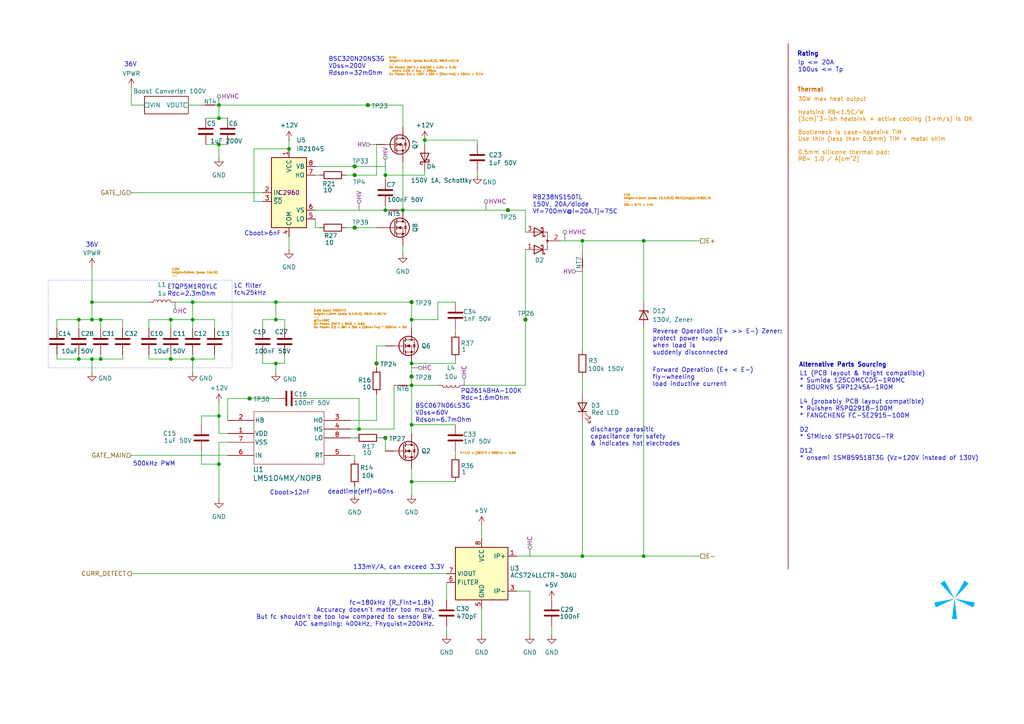
<source format=kicad_sch>
(kicad_sch (version 20250114) (generator "eeschema") (generator_version "9.0")
  (paper "A4")
  (title_block (title "PULSER") (date "2025-03-27") (rev "3") (company "Spark Project") (comment 1 "Author: 夕月霞 (xyx)") (comment 2 "EDM Pulse Generator Board"))
  (lib_symbols
    (symbol "Connector:TestPoint_Small" (pin_numbers (hide yes)) (pin_names (offset 0.762) (hide yes))
      (property "Reference" "TP" (at 0 3.81 0))
      (property "Value" "TestPoint_Small" (at 0 2.032 0))
      (symbol "TestPoint_Small_0_1"
        (circle (center 0 0) (radius 0.508))
      )
      (symbol "TestPoint_Small_1_1"
        (pin passive line (at 0 0 90) (length 0) (name "1") (number "1"))
      )
    )
    (symbol "Device:C" (pin_numbers (hide yes)) (pin_names (offset 0.254))
      (property "Reference" "C" (at 0.635 2.54 0))
      (property "Value" "C" (at 0.635 -2.54 0))
      (symbol "C_0_1"
        (polyline (pts (xy -2.032 0.762) (xy 2.032 0.762)) (stroke (width 0.508)))
        (polyline (pts (xy -2.032 -0.762) (xy 2.032 -0.762)) (stroke (width 0.508)))
      )
      (symbol "C_1_1"
        (pin passive line (at 0 3.81 270) (length 2.794) (name "~") (number "1"))
        (pin passive line (at 0 -3.81 90) (length 2.794) (name "~") (number "2"))
      )
    )
    (symbol "Device:D_Schottky" (pin_numbers (hide yes)) (pin_names (offset 1.016) (hide yes))
      (property "Reference" "D" (at 0 2.54 0))
      (property "Value" "D_Schottky" (at 0 -2.54 0))
      (symbol "D_Schottky_0_1"
        (polyline (pts (xy -1.905 0.635) (xy -1.905 1.27) (xy -1.27 1.27) (xy -1.27 -1.27) (xy -0.635 -1.27) (xy -0.635 -0.635)) (stroke (width 0.254)))
        (polyline (pts (xy 1.27 1.27) (xy 1.27 -1.27) (xy -1.27 0) (xy 1.27 1.27)) (stroke (width 0.254)))
        (polyline (pts (xy 1.27 0) (xy -1.27 0)))
      )
      (symbol "D_Schottky_1_1"
        (pin passive line (at -3.81 0 0) (length 2.54) (name "K") (number "1"))
        (pin passive line (at 3.81 0 180) (length 2.54) (name "A") (number "2"))
      )
    )
    (symbol "Device:D_Schottky_Dual_CommonCathode_AKA_Parallel" (pin_names (offset 0.762) (hide yes))
      (property "Reference" "D" (at 0 5.08 0))
      (property "Value" "D_Schottky_Dual_CommonCathode_AKA_Parallel" (at 0 -5.08 0))
      (symbol "D_Schottky_Dual_CommonCathode_AKA_Parallel_0_1"
        (polyline (pts (xy -2.54 3.81) (xy 0 2.54) (xy -2.54 1.27) (xy -2.54 3.81) (xy -2.54 3.81) (xy -2.54 3.81)) (stroke (width 0.254)))
        (polyline (pts (xy -2.54 -1.27) (xy 0 -2.54) (xy -2.54 -3.81) (xy -2.54 -1.27) (xy -2.54 -1.27) (xy -2.54 -1.27)) (stroke (width 0.254)))
        (polyline (pts (xy -2.54 -2.54) (xy 1.27 -2.54) (xy 1.27 2.54) (xy -2.54 2.54)))
        (polyline (pts (xy 0.508 3.556) (xy 0.508 3.81) (xy 0 3.81) (xy 0 1.27) (xy -0.508 1.27) (xy -0.508 1.524)) (stroke (width 0.254)))
        (polyline (pts (xy 0.508 -1.524) (xy 0.508 -1.27) (xy 0 -1.27) (xy 0 -3.81) (xy -0.508 -3.81) (xy -0.508 -3.556)) (stroke (width 0.254)))
        (polyline (pts (xy 1.27 0) (xy 2.54 0)))
        (circle (center 1.27 0) (radius 0.254) (fill (type outline)))
        (pin passive line (at -5.08 2.54 0) (length 2.54) (name "A") (number "1"))
        (pin passive line (at -5.08 -2.54 0) (length 2.54) (name "A") (number "3"))
        (pin passive line (at 5.08 0 180) (length 2.54) (name "K") (number "2"))
      )
    )
    (symbol "Device:D_Zener" (pin_numbers (hide yes)) (pin_names (offset 1.016) (hide yes))
      (property "Reference" "D" (at 0 2.54 0))
      (property "Value" "D_Zener" (at 0 -2.54 0))
      (symbol "D_Zener_0_1"
        (polyline (pts (xy -1.27 -1.27) (xy -1.27 1.27) (xy -0.762 1.27)) (stroke (width 0.254)))
        (polyline (pts (xy 1.27 0) (xy -1.27 0)))
        (polyline (pts (xy 1.27 -1.27) (xy 1.27 1.27) (xy -1.27 0) (xy 1.27 -1.27)) (stroke (width 0.254)))
      )
      (symbol "D_Zener_1_1"
        (pin passive line (at -3.81 0 0) (length 2.54) (name "K") (number "1"))
        (pin passive line (at 3.81 0 180) (length 2.54) (name "A") (number "2"))
      )
    )
    (symbol "Device:L" (pin_numbers (hide yes)) (pin_names (offset 1.016) (hide yes))
      (property "Reference" "L" (at -1.27 0 90))
      (property "Value" "L" (at 1.905 0 90))
      (symbol "L_0_1"
        (arc (start 0 2.54) (mid 0.6323 1.905) (end 0 1.27))
        (arc (start 0 1.27) (mid 0.6323 0.635) (end 0 0))
        (arc (start 0 0) (mid 0.6323 -0.635) (end 0 -1.27))
        (arc (start 0 -1.27) (mid 0.6323 -1.905) (end 0 -2.54))
      )
      (symbol "L_1_1"
        (pin passive line (at 0 3.81 270) (length 1.27) (name "1") (number "1"))
        (pin passive line (at 0 -3.81 90) (length 1.27) (name "2") (number "2"))
      )
    )
    (symbol "Device:LED" (pin_numbers (hide yes)) (pin_names (offset 1.016) (hide yes))
      (property "Reference" "D" (at 0 2.54 0))
      (property "Value" "LED" (at 0 -2.54 0))
      (symbol "LED_0_1"
        (polyline (pts (xy -3.048 -0.762) (xy -4.572 -2.286) (xy -3.81 -2.286) (xy -4.572 -2.286) (xy -4.572 -1.524)))
        (polyline (pts (xy -1.778 -0.762) (xy -3.302 -2.286) (xy -2.54 -2.286) (xy -3.302 -2.286) (xy -3.302 -1.524)))
        (polyline (pts (xy -1.27 0) (xy 1.27 0)))
        (polyline (pts (xy -1.27 -1.27) (xy -1.27 1.27)) (stroke (width 0.254)))
        (polyline (pts (xy 1.27 -1.27) (xy 1.27 1.27) (xy -1.27 0) (xy 1.27 -1.27)) (stroke (width 0.254)))
      )
      (symbol "LED_1_1"
        (pin passive line (at -3.81 0 0) (length 2.54) (name "K") (number "1"))
        (pin passive line (at 3.81 0 180) (length 2.54) (name "A") (number "2"))
      )
    )
    (symbol "Device:NetTie_2" (pin_numbers (hide yes)) (pin_names (offset 0) (hide yes)) (in_bom no)
      (property "Reference" "NT" (at 0 1.27 0))
      (property "Value" "NetTie_2" (at 0 -1.27 0))
      (symbol "NetTie_2_0_1"
        (polyline (pts (xy -1.27 0) (xy 1.27 0)) (stroke (width 0.254)))
      )
      (symbol "NetTie_2_1_1"
        (pin passive line (at -2.54 0 0) (length 2.54) (name "1") (number "1"))
        (pin passive line (at 2.54 0 180) (length 2.54) (name "2") (number "2"))
      )
    )
    (symbol "Device:Q_NMOS" (pin_numbers (hide yes)) (pin_names (offset 0) (hide yes))
      (property "Reference" "Q" (at 5.08 1.27 0))
      (property "Value" "Q_NMOS" (at 5.08 -1.27 0))
      (symbol "Q_NMOS_0_1"
        (polyline (pts (xy 0.254 1.905) (xy 0.254 -1.905)) (stroke (width 0.254)))
        (polyline (pts (xy 0.254 0) (xy -2.54 0)))
        (polyline (pts (xy 0.762 2.286) (xy 0.762 1.27)) (stroke (width 0.254)))
        (polyline (pts (xy 0.762 0.508) (xy 0.762 -0.508)) (stroke (width 0.254)))
        (polyline (pts (xy 0.762 -1.27) (xy 0.762 -2.286)) (stroke (width 0.254)))
        (polyline (pts (xy 0.762 -1.778) (xy 3.302 -1.778) (xy 3.302 1.778) (xy 0.762 1.778)))
        (polyline (pts (xy 1.016 0) (xy 2.032 0.381) (xy 2.032 -0.381) (xy 1.016 0)) (fill (type outline)))
        (circle (center 1.651 0) (radius 2.794) (stroke (width 0.254)))
        (polyline (pts (xy 2.54 2.54) (xy 2.54 1.778)))
        (circle (center 2.54 1.778) (radius 0.254) (fill (type outline)))
        (circle (center 2.54 -1.778) (radius 0.254) (fill (type outline)))
        (polyline (pts (xy 2.54 -2.54) (xy 2.54 0) (xy 0.762 0)))
        (polyline (pts (xy 2.921 0.381) (xy 3.683 0.381)))
        (polyline (pts (xy 3.302 0.381) (xy 2.921 -0.254) (xy 3.683 -0.254) (xy 3.302 0.381)))
      )
      (symbol "Q_NMOS_1_1"
        (pin input line (at -5.08 0 0) (length 2.54) (name "G") (number "G"))
        (pin passive line (at 2.54 5.08 270) (length 2.54) (name "D") (number "D"))
        (pin passive line (at 2.54 -5.08 90) (length 2.54) (name "S") (number "S"))
      )
    )
    (symbol "Device:R" (pin_numbers (hide yes)) (pin_names (offset 0))
      (property "Reference" "R" (at 2.032 0 90))
      (property "Value" "R" (at 0 0 90))
      (symbol "R_0_1"
        (rectangle (start -1.016 -2.54) (end 1.016 2.54) (stroke (width 0.254)))
      )
      (symbol "R_1_1"
        (pin passive line (at 0 3.81 270) (length 1.27) (name "~") (number "1"))
        (pin passive line (at 0 -3.81 90) (length 1.27) (name "~") (number "2"))
      )
    )
    (symbol "Driver_FET:IR2104"
      (property "Reference" "U" (at 1.27 13.335 0))
      (property "Value" "IR2104" (at 1.27 11.43 0))
      (symbol "IR2104_0_1"
        (rectangle (start -5.08 -10.16) (end 5.08 10.16) (stroke (width 0.254)) (fill (type background)))
      )
      (symbol "IR2104_1_1"
        (pin input line (at -7.62 0 0) (length 2.54) (name "IN") (number "2"))
        (pin input line (at -7.62 -2.54 0) (length 2.54) (name "~{SD}") (number "3"))
        (pin power_in line (at 0 12.7 270) (length 2.54) (name "VCC") (number "1"))
        (pin power_in line (at 0 -12.7 90) (length 2.54) (name "COM") (number "4"))
        (pin passive line (at 7.62 7.62 180) (length 2.54) (name "VB") (number "8"))
        (pin output line (at 7.62 5.08 180) (length 2.54) (name "HO") (number "7"))
        (pin passive line (at 7.62 -5.08 180) (length 2.54) (name "VS") (number "6"))
        (pin output line (at 7.62 -7.62 180) (length 2.54) (name "LO") (number "5"))
      )
    )
    (symbol "Sensor_Current:ACS724xLCTR-30AU"
      (property "Reference" "U" (at 2.54 11.43 0))
      (property "Value" "ACS724xLCTR-30AU" (at 2.54 8.89 0))
      (symbol "ACS724xLCTR-30AU_0_1"
        (rectangle (start -7.62 7.62) (end 7.62 -7.62) (stroke (width 0.254)) (fill (type background)))
      )
      (symbol "ACS724xLCTR-30AU_1_1"
        (pin passive line (at -10.16 5.08 0) (length 2.54) (name "IP+") (number "1"))
        (pin passive line (at -10.16 5.08 0) (length 2.54) (hide yes) (name "IP+") (number "2"))
        (pin passive line (at -10.16 -5.08 0) (length 2.54) (name "IP-") (number "3"))
        (pin passive line (at -10.16 -5.08 0) (length 2.54) (hide yes) (name "IP-") (number "4"))
        (pin power_in line (at 0 10.16 270) (length 2.54) (name "VCC") (number "8"))
        (pin power_in line (at 0 -10.16 90) (length 2.54) (name "GND") (number "5"))
        (pin output line (at 10.16 0 180) (length 2.54) (name "VIOUT") (number "7"))
        (pin passive line (at 10.16 -2.54 180) (length 2.54) (name "FILTER") (number "6"))
      )
    )
    (symbol "SparkAll:LM5104MX_NOPB" (pin_names (offset 0.254))
      (property "Reference" "U" (at 17.78 10.16 0))
      (property "Value" "LM5104MX/NOPB" (at 18.034 7.366 0))
      (symbol "LM5104MX_NOPB_0_1"
        (polyline (pts (xy 7.62 5.08) (xy 7.62 -10.16)) (stroke (width 0.127)))
        (polyline (pts (xy 7.62 -10.16) (xy 27.94 -10.16)) (stroke (width 0.127)))
        (polyline (pts (xy 27.94 5.08) (xy 7.62 5.08)) (stroke (width 0.127)))
        (polyline (pts (xy 27.94 -10.16) (xy 27.94 5.08)) (stroke (width 0.127)))
        (pin input line (at 0 2.54 0) (length 7.62) (name "HB") (number "2"))
        (pin power_in line (at 0 -1.27 0) (length 7.62) (name "VDD") (number "1"))
        (pin power_in line (at 0 -3.81 0) (length 7.62) (name "VSS") (number "7"))
        (pin input line (at 0 -7.62 0) (length 7.62) (name "IN") (number "6"))
        (pin output line (at 35.56 2.54 180) (length 7.62) (name "HO") (number "3"))
        (pin input line (at 35.56 0 180) (length 7.62) (name "HS") (number "4"))
        (pin output line (at 35.56 -2.54 180) (length 7.62) (name "LO") (number "8"))
        (pin input line (at 35.56 -7.62 180) (length 7.62) (name "RT") (number "5"))
      )
    )
    (symbol "power:GND" (power) (pin_numbers (hide yes)) (pin_names (offset 0) (hide yes))
      (property "Value" "GND" (at 0 -3.81 0))
      (symbol "GND_0_1"
        (polyline (pts (xy 0 0) (xy 0 -1.27) (xy 1.27 -1.27) (xy 0 -2.54) (xy -1.27 -1.27) (xy 0 -1.27)))
      )
      (symbol "GND_1_1"
        (pin power_in line (at 0 0 270) (length 0) (name "~") (number "1"))
      )
    )
    (symbol "power:VCC" (power) (pin_numbers (hide yes)) (pin_names (offset 0) (hide yes))
      (property "Value" "VCC" (at 0 3.556 0))
      (symbol "VCC_0_1"
        (polyline (pts (xy -0.762 1.27) (xy 0 2.54)))
        (polyline (pts (xy 0 2.54) (xy 0.762 1.27)))
        (polyline (pts (xy 0 0) (xy 0 2.54)))
      )
      (symbol "VCC_1_1"
        (pin power_in line (at 0 0 90) (length 0) (name "~") (number "1"))
      )
    )
    (symbol "power:VDD" (power) (pin_numbers (hide yes)) (pin_names (offset 0) (hide yes))
      (property "Value" "VDD" (at 0 3.556 0))
      (symbol "VDD_0_1"
        (polyline (pts (xy -0.762 1.27) (xy 0 2.54)))
        (polyline (pts (xy 0 2.54) (xy 0.762 1.27)))
        (polyline (pts (xy 0 0) (xy 0 2.54)))
      )
      (symbol "VDD_1_1"
        (pin power_in line (at 0 0 90) (length 0) (name "~") (number "1"))
      )
    )
  )
  (rectangle (start 13.97 81.28) (end 67.31 106.68) (stroke (width 0) (type dot)))
  (text "133mV/A, can exceed 3.3V" (at 102.362 164.592 0) (effects (font (size 1.27 1.27)) (justify left)))
  (text "L1 (PCB layout & height compatible)\n* Sumida 125CDMCCDS-1R0MC\n* BOURNS SRP1245A-1R0M\n\nL4 (probably PCB layout compatible)\n* Ruishen RSPQ2918-100M\n* FANGCHENG FC-SE2915-100M\n\nD2\n* STMicro STPS40170CG-TR\n\nD12\n* onsemi 1SMB5951BT3G (Vz=120V instead of 130V)" (at 231.902 107.696 0) (effects (font (size 1.27 1.27)) (justify left top)))
  (text "fc=180kHz (R_Fint=1.8k)\nAccuracy doesn't matter too much.\nBut fc shouldn't be too low compared to sensor BW.\nADC sampling: 400kHz, Fnyquist=200kHz." (at 125.984 178.054 0) (effects (font (size 1.27 1.27)) (justify right)))
  (text "Cboot>6nF" (at 70.866 67.818 0) (effects (font (size 1.27 1.27)) (justify left)))
  (text "Cboot>12nF" (at 78.232 143.002 0) (effects (font (size 1.27 1.27)) (justify left)))
  (text "BSC067N06LS3G\nVDss=60V\nRdson=6.7mOhm" (at 120.396 119.888 0) (effects (font (size 1.27 1.27)) (justify left)))
  (text "0.4W\nheight=1.0mm (area: 6.1x5.3), RΘJC=1C/W\n--\nOn Power: 20A^2 x 0.032Ω x 2.5% = 0.3W\n  where 2.5% = 5us / 200us\nSw Power: 0.5 x 100V x 20A x (9ns+4ns) x 10kHz = 0.1W" (at 112.776 19.304 0) (effects (font (size 0.6 0.6) (thickness 0.1588)) (justify left)))
  (text "Forward Operation (E+ < E-)\nfly-wheeling\nload inductive current" (at 189.23 109.474 0) (effects (font (size 1.27 1.27)) (justify left)))
  (text "500kHz PWM" (at 44.704 134.62 0) (effects (font (size 1.27 1.27) (thickness 0.1588))))
  (text "PQ2614BHA-100K\nRdc=1.6mOhm" (at 133.604 114.554 0) (effects (font (size 1.27 1.27)) (justify left)))
  (text "36V" (at 26.67 71.12 0) (effects (font (size 1.27 1.27))))
  (text "Reverse Operation (E+ >> E-) Zener:\nprotect power supply\nwhen load is\nsuddenly disconnected" (at 189.23 99.314 0) (effects (font (size 1.27 1.27)) (justify left)))
  (text "30W max heat output\n\nHeatsink Rθ<1.5C/W\n(3cm)^3-ish heatsink + active cooling (1+m/s) is OK\n\nBootleneck is case-heatsink TIM\nUse thin (less than 0.5mm) TIM + metal shim\n\n0.5mm silicone thermal pad:\nRθ= 1.0 / A[cm^2]\n" (at 231.394 28.194 0) (effects (font (size 1.2 1.2) (thickness 0.1588)) (justify left top)))
  (text "Thermal" (at 231.14 25.4 0) (effects (font (size 1.27 1.27) (thickness 0.254) (bold yes)) (justify left top)))
  (text "1.0W\nheight=5.0mm (area: 10x10)\n--\n" (at 49.784 79.248 0) (effects (font (size 0.6 0.6) (thickness 0.1588)) (justify left)))
  (text "9.6W (each MOSFET)\nheight=1.0mm (area: 6.1x5.3), RΘJC=1.8C/W\n--\n@Tj=100C\nOn Power: 20A^2 x 9mΩ = 3.6W\nSw Power: 0.5 x 36V x 20A x (26ns+7ns) * 500kHz = 6W" (at 90.932 92.71 0) (effects (font (size 0.6 0.6) (thickness 0.1588)) (justify left)))
  (text "deadtime(eff)=60ns" (at 94.996 142.748 0) (effects (font (size 1.27 1.27)) (justify left)))
  (text "BSC320N20NS3G\nVDss=200V\nRdson=32mOhm" (at 95.25 19.304 0) (effects (font (size 1.27 1.27)) (justify left)))
  (text "Alternative Parts Sourcing" (at 231.648 105.156 0) (effects (font (size 1.27 1.27) (thickness 0.254) (bold yes)) (justify left top)))
  (text "ETQP5M1R0YLC\nRdc=2.3mOhm" (at 48.514 84.328 0) (effects (font (size 1.27 1.27)) (justify left)))
  (text "discharge parasitic\ncapacitance for safety\n& indicates hot electrodes" (at 171.196 126.746 0) (effects (font (size 1.27 1.27)) (justify left)))
  (text "P=1nF x (36V)^2 x 500kHz = 0.6W" (at 133.35 131.572 0) (effects (font (size 0.6 0.6) (thickness 0.1588)) (justify left)))
  (text "RB238NS150TL\n150V, 20A/diode\nVf=700mV@I=20A,Tj=75C" (at 154.432 59.436 0) (effects (font (size 1.27 1.27)) (justify left)))
  (text "Ip <= 20A\n100us <= Tp" (at 231.394 17.526 0) (effects (font (size 1.27 1.27)) (justify left top)))
  (text "LC filter\nfc≒25kHz" (at 67.818 84.074 0) (effects (font (size 1.27 1.27)) (justify left)))
  (text "14W\nheight=4.5mm (area: 10.1x9.0) RθJC(single)=0.86C/W\n--\n20A x 0.7V = 14W\n" (at 180.848 58.166 0) (effects (font (size 0.6 0.6) (thickness 0.254) (bold yes)) (justify left)))
  (text "36V" (at 37.846 18.796 0) (effects (font (size 1.27 1.27))))
  (text "Rating" (at 231.14 14.986 0) (effects (font (size 1.27 1.27) (thickness 0.254) (bold yes)) (justify left top)))
  (junction (at 119.38 111.76))
  (junction (at 168.91 161.29))
  (junction (at 116.84 60.96))
  (junction (at 119.38 139.7))
  (junction (at 63.5 41.91))
  (junction (at 80.01 87.63))
  (junction (at 119.38 109.22))
  (junction (at 102.87 66.04))
  (junction (at 119.38 87.63))
  (junction (at 72.39 115.57))
  (junction (at 104.14 124.46))
  (junction (at 55.88 87.63))
  (junction (at 119.38 123.19))
  (junction (at 109.22 105.41))
  (junction (at 26.67 92.71))
  (junction (at 29.21 104.14))
  (junction (at 63.5 30.48))
  (junction (at 111.76 60.96))
  (junction (at 111.76 50.8))
  (junction (at 29.21 92.71))
  (junction (at 63.5 120.65))
  (junction (at 80.01 105.41))
  (junction (at 147.32 60.96))
  (junction (at 22.86 104.14))
  (junction (at 102.87 48.26))
  (junction (at 80.01 92.71))
  (junction (at 26.67 104.14))
  (junction (at 83.82 43.18))
  (junction (at 119.38 105.41))
  (junction (at 106.68 30.48))
  (junction (at 168.91 69.85))
  (junction (at 186.69 161.29))
  (junction (at 55.88 92.71))
  (junction (at 63.5 134.62))
  (junction (at 49.53 92.71))
  (junction (at 186.69 69.85))
  (junction (at 102.87 50.8))
  (junction (at 152.4 92.71))
  (junction (at 63.5 34.29))
  (junction (at 26.67 87.63))
  (junction (at 119.38 92.71))
  (junction (at 55.88 104.14))
  (junction (at 123.19 40.64))
  (junction (at 22.86 92.71))
  (junction (at 111.76 127))
  (junction (at 49.53 104.14))
  (wire (pts (xy 127 92.71) (xy 119.38 92.71)))
  (wire (pts (xy 116.84 71.12) (xy 116.84 73.66)))
  (wire (pts (xy 102.87 140.97) (xy 102.87 143.51)))
  (wire (pts (xy 26.67 87.63) (xy 43.18 87.63)))
  (wire (pts (xy 59.69 41.91) (xy 63.5 41.91)))
  (wire (pts (xy 119.38 109.22) (xy 119.38 111.76)))
  (wire (pts (xy 186.69 161.29) (xy 203.2 161.29)))
  (wire (pts (xy 63.5 134.62) (xy 63.5 144.78)))
  (wire (pts (xy 22.86 104.14) (xy 26.67 104.14)))
  (wire (pts (xy 66.04 132.08) (xy 38.1 132.08)))
  (wire (pts (xy 129.54 166.37) (xy 38.1 166.37)))
  (wire (pts (xy 16.51 95.25) (xy 16.51 92.71)))
  (wire (pts (xy 55.88 87.63) (xy 55.88 92.71)))
  (wire (pts (xy 58.42 134.62) (xy 63.5 134.62)))
  (wire (pts (xy 111.76 48.26) (xy 111.76 50.8)))
  (wire (pts (xy 49.53 92.71) (xy 55.88 92.71)))
  (wire (pts (xy 168.91 69.85) (xy 168.91 73.66)))
  (wire (pts (xy 147.32 60.96) (xy 152.4 60.96)))
  (wire (pts (xy 109.22 105.41) (xy 109.22 106.68)))
  (wire (pts (xy 22.86 92.71) (xy 26.67 92.71)))
  (wire (pts (xy 80.01 87.63) (xy 119.38 87.63)))
  (wire (pts (xy 26.67 104.14) (xy 29.21 104.14)))
  (wire (pts (xy 55.88 87.63) (xy 80.01 87.63)))
  (wire (pts (xy 49.53 104.14) (xy 49.53 102.87)))
  (wire (pts (xy 66.04 121.92) (xy 66.04 115.57)))
  (wire (pts (xy 139.7 152.4) (xy 139.7 156.21)))
  (wire (pts (xy 116.84 60.96) (xy 147.32 60.96)))
  (wire (pts (xy 63.5 34.29) (xy 66.04 34.29)))
  (wire (pts (xy 109.22 114.3) (xy 109.22 121.92)))
  (wire (pts (xy 91.44 60.96) (xy 111.76 60.96)))
  (wire (pts (xy 80.01 105.41) (xy 80.01 107.95)))
  (wire (pts (xy 101.6 127) (xy 102.87 127)))
  (wire (pts (xy 102.87 48.26) (xy 111.76 48.26)))
  (wire (pts (xy 43.18 104.14) (xy 49.53 104.14)))
  (wire (pts (xy 58.42 120.65) (xy 63.5 120.65)))
  (wire (pts (xy 63.5 116.84) (xy 63.5 120.65)))
  (wire (pts (xy 55.88 92.71) (xy 55.88 95.25)))
  (wire (pts (xy 134.62 111.76) (xy 152.4 111.76)))
  (wire (pts (xy 59.69 34.29) (xy 63.5 34.29)))
  (wire (pts (xy 119.38 139.7) (xy 132.08 139.7)))
  (wire (pts (xy 72.39 115.57) (xy 80.01 115.57)))
  (wire (pts (xy 102.87 48.26) (xy 91.44 48.26)))
  (wire (pts (xy 119.38 111.76) (xy 127 111.76)))
  (wire (pts (xy 55.88 104.14) (xy 55.88 107.95)))
  (wire (pts (xy 63.5 41.91) (xy 66.04 41.91)))
  (wire (pts (xy 43.18 92.71) (xy 43.18 95.25)))
  (wire (pts (xy 82.55 102.87) (xy 82.55 105.41)))
  (wire (pts (xy 153.67 171.45) (xy 153.67 184.15)))
  (polyline (pts (xy 228.6 12.7) (xy 228.6 165.1)) (stroke (width 0.127) (type solid) (color 132 0 0 1)))
  (wire (pts (xy 101.6 124.46) (xy 104.14 124.46)))
  (wire (pts (xy 168.91 109.22) (xy 168.91 114.3)))
  (wire (pts (xy 73.66 58.42) (xy 73.66 43.18)))
  (wire (pts (xy 139.7 176.53) (xy 139.7 184.15)))
  (wire (pts (xy 111.76 50.8) (xy 123.19 50.8)))
  (wire (pts (xy 119.38 92.71) (xy 119.38 95.25)))
  (wire (pts (xy 149.86 161.29) (xy 168.91 161.29)))
  (wire (pts (xy 168.91 161.29) (xy 186.69 161.29)))
  (wire (pts (xy 63.5 30.48) (xy 106.68 30.48)))
  (wire (pts (xy 132.08 130.81) (xy 132.08 132.08)))
  (wire (pts (xy 127 87.63) (xy 127 92.71)))
  (wire (pts (xy 55.88 92.71) (xy 62.23 92.71)))
  (wire (pts (xy 80.01 92.71) (xy 82.55 92.71)))
  (wire (pts (xy 83.82 68.58) (xy 83.82 72.39)))
  (wire (pts (xy 73.66 43.18) (xy 83.82 43.18)))
  (wire (pts (xy 119.38 123.19) (xy 119.38 125.73)))
  (wire (pts (xy 104.14 115.57) (xy 104.14 124.46)))
  (wire (pts (xy 111.76 127) (xy 111.76 130.81)))
  (wire (pts (xy 132.08 104.14) (xy 132.08 105.41)))
  (wire (pts (xy 168.91 69.85) (xy 186.69 69.85)))
  (wire (pts (xy 49.53 92.71) (xy 49.53 95.25)))
  (wire (pts (xy 100.33 50.8) (xy 102.87 50.8)))
  (wire (pts (xy 29.21 92.71) (xy 35.56 92.71)))
  (wire (pts (xy 76.2 105.41) (xy 80.01 105.41)))
  (wire (pts (xy 100.33 66.04) (xy 102.87 66.04)))
  (wire (pts (xy 55.88 104.14) (xy 62.23 104.14)))
  (wire (pts (xy 76.2 102.87) (xy 76.2 105.41)))
  (wire (pts (xy 102.87 66.04) (xy 109.22 66.04)))
  (wire (pts (xy 26.67 104.14) (xy 26.67 107.95)))
  (wire (pts (xy 66.04 115.57) (xy 72.39 115.57)))
  (wire (pts (xy 80.01 87.63) (xy 80.01 92.71)))
  (wire (pts (xy 138.43 41.91) (xy 138.43 40.64)))
  (wire (pts (xy 138.43 49.53) (xy 138.43 50.8)))
  (wire (pts (xy 43.18 102.87) (xy 43.18 104.14)))
  (wire (pts (xy 38.1 55.88) (xy 76.2 55.88)))
  (wire (pts (xy 109.22 100.33) (xy 109.22 105.41)))
  (wire (pts (xy 82.55 92.71) (xy 82.55 95.25)))
  (wire (pts (xy 83.82 40.64) (xy 83.82 43.18)))
  (polyline (pts (xy 228.6 12.7) (xy 228.6 165.1)) (stroke (width 0.15) (type solid) (color 132 0 0 1)))
  (wire (pts (xy 116.84 36.83) (xy 116.84 30.48)))
  (wire (pts (xy 91.44 66.04) (xy 92.71 66.04)))
  (wire (pts (xy 54.61 30.48) (xy 58.42 30.48)))
  (wire (pts (xy 35.56 92.71) (xy 35.56 95.25)))
  (wire (pts (xy 63.5 125.73) (xy 66.04 125.73)))
  (wire (pts (xy 102.87 132.08) (xy 102.87 133.35)))
  (wire (pts (xy 91.44 50.8) (xy 92.71 50.8)))
  (wire (pts (xy 87.63 115.57) (xy 104.14 115.57)))
  (wire (pts (xy 55.88 104.14) (xy 55.88 102.87)))
  (wire (pts (xy 26.67 87.63) (xy 26.67 92.71)))
  (wire (pts (xy 186.69 69.85) (xy 203.2 69.85)))
  (wire (pts (xy 152.4 60.96) (xy 152.4 67.31)))
  (wire (pts (xy 132.08 87.63) (xy 127 87.63)))
  (wire (pts (xy 123.19 50.8) (xy 123.19 49.53)))
  (wire (pts (xy 119.38 139.7) (xy 119.38 143.51)))
  (wire (pts (xy 63.5 41.91) (xy 63.5 45.72)))
  (wire (pts (xy 109.22 121.92) (xy 101.6 121.92)))
  (wire (pts (xy 160.02 181.61) (xy 160.02 184.15)))
  (wire (pts (xy 119.38 111.76) (xy 119.38 123.19)))
  (wire (pts (xy 119.38 123.19) (xy 132.08 123.19)))
  (wire (pts (xy 16.51 102.87) (xy 16.51 104.14)))
  (wire (pts (xy 129.54 181.61) (xy 129.54 184.15)))
  (wire (pts (xy 109.22 50.8) (xy 109.22 41.91)))
  (wire (pts (xy 101.6 132.08) (xy 102.87 132.08)))
  (wire (pts (xy 119.38 87.63) (xy 119.38 92.71)))
  (wire (pts (xy 63.5 120.65) (xy 63.5 125.73)))
  (wire (pts (xy 186.69 69.85) (xy 186.69 87.63)))
  (wire (pts (xy 76.2 58.42) (xy 73.66 58.42)))
  (wire (pts (xy 168.91 78.74) (xy 168.91 101.6)))
  (wire (pts (xy 91.44 63.5) (xy 91.44 66.04)))
  (wire (pts (xy 55.88 87.63) (xy 50.8 87.63)))
  (wire (pts (xy 102.87 50.8) (xy 109.22 50.8)))
  (wire (pts (xy 152.4 92.71) (xy 152.4 111.76)))
  (wire (pts (xy 111.76 59.69) (xy 111.76 60.96)))
  (wire (pts (xy 138.43 40.64) (xy 123.19 40.64)))
  (wire (pts (xy 82.55 105.41) (xy 80.01 105.41)))
  (wire (pts (xy 123.19 40.64) (xy 123.19 41.91)))
  (wire (pts (xy 16.51 104.14) (xy 22.86 104.14)))
  (wire (pts (xy 111.76 100.33) (xy 109.22 100.33)))
  (wire (pts (xy 26.67 77.47) (xy 26.67 87.63)))
  (wire (pts (xy 63.5 128.27) (xy 63.5 134.62)))
  (wire (pts (xy 129.54 168.91) (xy 129.54 173.99)))
  (wire (pts (xy 62.23 92.71) (xy 62.23 95.25)))
  (wire (pts (xy 38.1 30.48) (xy 41.91 30.48)))
  (wire (pts (xy 162.56 69.85) (xy 168.91 69.85)))
  (wire (pts (xy 62.23 104.14) (xy 62.23 102.87)))
  (wire (pts (xy 116.84 46.99) (xy 116.84 60.96)))
  (wire (pts (xy 58.42 130.81) (xy 58.42 134.62)))
  (wire (pts (xy 29.21 102.87) (xy 29.21 104.14)))
  (wire (pts (xy 132.08 95.25) (xy 132.08 96.52)))
  (wire (pts (xy 111.76 50.8) (xy 111.76 52.07)))
  (wire (pts (xy 43.18 92.71) (xy 49.53 92.71)))
  (wire (pts (xy 76.2 95.25) (xy 76.2 92.71)))
  (wire (pts (xy 29.21 92.71) (xy 29.21 95.25)))
  (wire (pts (xy 149.86 171.45) (xy 153.67 171.45)))
  (wire (pts (xy 16.51 92.71) (xy 22.86 92.71)))
  (wire (pts (xy 49.53 104.14) (xy 55.88 104.14)))
  (wire (pts (xy 29.21 104.14) (xy 35.56 104.14)))
  (wire (pts (xy 186.69 95.25) (xy 186.69 161.29)))
  (wire (pts (xy 38.1 25.4) (xy 38.1 30.48)))
  (wire (pts (xy 66.04 128.27) (xy 63.5 128.27)))
  (wire (pts (xy 132.08 105.41) (xy 119.38 105.41)))
  (wire (pts (xy 106.68 30.48) (xy 116.84 30.48)))
  (wire (pts (xy 119.38 105.41) (xy 119.38 109.22)))
  (wire (pts (xy 26.67 92.71) (xy 29.21 92.71)))
  (wire (pts (xy 114.3 124.46) (xy 114.3 111.76)))
  (wire (pts (xy 35.56 102.87) (xy 35.56 104.14)))
  (wire (pts (xy 76.2 92.71) (xy 80.01 92.71)))
  (wire (pts (xy 110.49 127) (xy 111.76 127)))
  (wire (pts (xy 58.42 123.19) (xy 58.42 120.65)))
  (wire (pts (xy 168.91 121.92) (xy 168.91 161.29)))
  (wire (pts (xy 22.86 102.87) (xy 22.86 104.14)))
  (wire (pts (xy 22.86 92.71) (xy 22.86 95.25)))
  (wire (pts (xy 63.5 30.48) (xy 63.5 34.29)))
  (wire (pts (xy 152.4 72.39) (xy 152.4 92.71)))
  (wire (pts (xy 119.38 135.89) (xy 119.38 139.7)))
  (wire (pts (xy 104.14 124.46) (xy 114.3 124.46)))
  (image (at 276.86 173.99) (scale 1.13867))
  (hierarchical_label "E-" (shape passive) (at 203.2 161.29 0))
  (hierarchical_label "E+" (shape passive) (at 203.2 69.85 0))
  (hierarchical_label "GATE_IG" (shape input) (at 38.1 55.88 180))
  (hierarchical_label "GATE_MAIN" (shape input) (at 38.1 132.08 180))
  (hierarchical_label "CURR_DETECT" (shape output) (at 38.1 166.37 180))
  (netclass_flag "" (length 2.54) (shape round) (at 140.97 60.96 0) (property "Netclass" "HVHC" (at 141.6685 58.42 0) (effects (justify left))))
  (netclass_flag "" (length 2.54) (shape round) (at 104.14 60.96 0) (property "Netclass" "HV" (at 104.14 57.912 90) (effects (justify left))))
  (netclass_flag "" (length 2.54) (shape round) (at 111.76 48.26 0) (property "Netclass" "HV" (at 111.76 45.212 90) (effects (justify left))))
  (netclass_flag "" (length 2.54) (shape round) (at 134.62 111.76 0) (property "Netclass" "HC" (at 134.62 108.712 90) (effects (justify left))))
  (netclass_flag "" (length 2.54) (shape round) (at 168.91 78.74 90) (property "Netclass" "HV" (at 165.862 78.74 0) (effects (justify right))))
  (netclass_flag "" (length 2.54) (shape round) (at 63.5 30.48 0) (property "Netclass" "HVHC" (at 64.1985 27.94 0) (effects (justify left))))
  (netclass_flag "" (length 2.54) (shape round) (at 109.22 41.91 90) (property "Netclass" "HV" (at 106.172 41.91 0) (effects (justify right))))
  (netclass_flag "" (length 2.54) (shape round) (at 50.8 87.63 180) (property "Netclass" "HC" (at 51.4985 90.17 0) (effects (justify left))))
  (netclass_flag "" (length 2.54) (shape round) (at 119.38 106.68 270) (property "Netclass" "HC" (at 122.428 106.68 0) (effects (justify left))))
  (netclass_flag "" (length 2.54) (shape round) (at 153.67 161.29 0) (property "Netclass" "HC" (at 153.67 158.242 90) (effects (justify left))))
  (netclass_flag "" (length 2.54) (shape round) (at 163.83 69.85 0) (property "Netclass" "HVHC" (at 164.846 67.31 0) (effects (justify left))))
  (symbol (lib_id "Device:L") (at 130.81 111.76 270) (unit 1)
    (property "Reference" "L4" (at 130.81 106.68 90))
    (property "Value" "10u" (at 130.81 109.22 90))
    (property "Footprint" "SparkAll:BOURNS-PQ2614B" (effects (hide yes)))
    (property "Description" "Inductor" (effects (hide yes)))
    (property "LCSC" "C1330029" (effects (hide yes)))
  )
  (symbol (lib_id "Connector:TestPoint_Small") (at 102.87 48.26 0) (unit 1) (in_bom no)
    (property "Reference" "TP33" (at 102.108 46.736 0) (effects (justify left)))
    (property "Value" "TestPoint_Small" (effects (hide yes)))
    (property "Footprint" "TestPoint:TestPoint_Pad_D1.5mm" (effects (hide yes)))
    (property "Description" "test point" (effects (hide yes)))
  )
  (symbol (lib_id "Connector:TestPoint_Small") (at 72.39 115.57 0) (unit 1) (in_bom no)
    (property "Reference" "TP30" (at 73.406 115.824 0) (effects (justify left)))
    (property "Value" "TestPoint_Small" (effects (hide yes)))
    (property "Footprint" "TestPoint:TestPoint_Pad_D1.5mm" (effects (hide yes)))
    (property "Description" "test point" (effects (hide yes)))
  )
  (symbol (lib_id "power:GND") (at 119.38 143.51 0) (unit 1)
    (property "Reference" "#PWR026" (effects (hide yes)))
    (property "Value" "GND" (at 119.38 148.59 0))
    (property "Description" "Power symbol creates a global label with name \"GND\" , ground" (effects (hide yes)))
  )
  (symbol (lib_id "Device:R") (at 132.08 100.33 0) (unit 1)
    (property "Reference" "R37" (at 133.604 99.568 0) (effects (justify left)))
    (property "Value" "1" (at 133.858 101.346 0) (effects (justify left)))
    (property "Footprint" "Resistor_SMD:R_1210_3225Metric" (effects (hide yes)))
    (property "Description" "Resistor" (effects (hide yes)))
    (property "LCSC" "C78022" (effects (hide yes)))
  )
  (symbol (lib_id "Device:Q_NMOS") (at 116.84 100.33 0) (unit 1)
    (property "Reference" "Q6" (at 122.174 100.33 0) (effects (justify left)))
    (property "Value" "N-ch, Vds>=60V, fast switch, low Rds" (effects (hide yes)))
    (property "Footprint" "SparkAll:Infineon-TG-TDSON-8-NMOS" (effects (hide yes)))
    (property "Description" "N-MOSFET transistor, source/gate/drain" (effects (hide yes)))
    (property "LCSC" "C24199" (effects (hide yes)))
  )
  (symbol (lib_id "power:VCC") (at 38.1 25.4 0) (unit 1)
    (property "Reference" "#PWR020" (effects (hide yes)))
    (property "Value" "VPWR" (at 38.1 21.336 0))
    (property "Description" "Power symbol creates a global label with name \"VCC\"" (effects (hide yes)))
  )
  (symbol (lib_id "Device:R") (at 168.91 105.41 0) (unit 1)
    (property "Reference" "R3" (at 171.958 104.648 0))
    (property "Value" "100k 150V" (at 175.768 106.934 0))
    (property "Footprint" "Resistor_SMD:R_0805_2012Metric" (effects (hide yes)))
    (property "Description" "Resistor" (effects (hide yes)))
    (property "LCSC" "C122537" (effects (hide yes)))
  )
  (symbol (lib_id "Device:R") (at 106.68 127 270) (unit 1)
    (property "Reference" "R17" (at 104.902 129.54 90) (effects (justify left)))
    (property "Value" "10" (at 105.156 131.318 90) (effects (justify left)))
    (property "Footprint" "Resistor_SMD:R_0603_1608Metric" (effects (hide yes)))
    (property "Description" "Resistor" (effects (hide yes)))
    (property "LCSC" "C22859" (effects (hide yes)))
  )
  (symbol (lib_id "power:GND") (at 139.7 184.15 0) (unit 1)
    (property "Reference" "#PWR012" (effects (hide yes)))
    (property "Value" "GND" (at 139.7 189.23 0))
    (property "Description" "Power symbol creates a global label with name \"GND\" , ground" (effects (hide yes)))
  )
  (symbol (lib_id "Device:LED") (at 168.91 118.11 90) (unit 1)
    (property "Reference" "D3" (at 172.72 117.602 90))
    (property "Value" "Red LED" (at 175.514 119.634 90))
    (property "Footprint" "LED_SMD:LED_0603_1608Metric" (effects (hide yes)))
    (property "Description" "Light emitting diode" (effects (hide yes)))
    (property "LCSC" "C2286" (effects (hide yes)))
  )
  (symbol (lib_id "power:VCC") (at 160.02 173.99 0) (unit 1)
    (property "Reference" "#PWR022" (effects (hide yes)))
    (property "Value" "+5V" (at 159.766 169.672 0))
    (property "Description" "Power symbol creates a global label with name \"VCC\"" (effects (hide yes)))
  )
  (symbol (lib_id "Device:C") (at 49.53 99.06 0) (unit 1)
    (property "Reference" "C11" (at 50.038 96.774 0) (effects (justify left)))
    (property "Value" "10uF 50V" (effects (hide yes)))
    (property "Footprint" "Capacitor_SMD:C_1206_3216Metric" (effects (hide yes)))
    (property "Description" "Unpolarized capacitor" (effects (hide yes)))
    (property "LCSC" "C13585" (effects (hide yes)))
  )
  (symbol (lib_id "Device:R") (at 96.52 66.04 270) (unit 1)
    (property "Reference" "R27" (at 93.98 68.326 90) (effects (justify left)))
    (property "Value" "10" (at 94.234 70.358 90) (effects (justify left)))
    (property "Footprint" "Resistor_SMD:R_0603_1608Metric" (effects (hide yes)))
    (property "Description" "Resistor" (effects (hide yes)))
    (property "LCSC" "C22859" (effects (hide yes)))
  )
  (symbol (lib_id "Device:C") (at 22.86 99.06 0) (unit 1)
    (property "Reference" "C28" (at 23.368 96.774 0) (effects (justify left)))
    (property "Value" "10uF 50V" (effects (hide yes)))
    (property "Footprint" "Capacitor_SMD:C_1206_3216Metric" (effects (hide yes)))
    (property "Description" "Unpolarized capacitor" (effects (hide yes)))
    (property "LCSC" "C13585" (effects (hide yes)))
  )
  (symbol (lib_id "power:GND") (at 63.5 144.78 0) (unit 1)
    (property "Reference" "#PWR034" (effects (hide yes)))
    (property "Value" "GND" (at 63.5 149.86 0))
    (property "Description" "Power symbol creates a global label with name \"GND\" , ground" (effects (hide yes)))
  )
  (symbol (lib_id "Connector:TestPoint_Small") (at 152.4 92.71 0) (unit 1) (in_bom no)
    (property "Reference" "TP26" (at 150.114 90.932 0) (effects (justify left)))
    (property "Value" "TestPoint_Small" (effects (hide yes)))
    (property "Footprint" "TestPoint:TestPoint_Pad_D1.5mm" (effects (hide yes)))
    (property "Description" "test point" (effects (hide yes)))
  )
  (symbol (lib_id "power:GND") (at 83.82 72.39 0) (unit 1)
    (property "Reference" "#PWR036" (effects (hide yes)))
    (property "Value" "GND" (at 83.82 77.47 0))
    (property "Description" "Power symbol creates a global label with name \"GND\" , ground" (effects (hide yes)))
  )
  (symbol (lib_id "Device:C") (at 62.23 99.06 0) (unit 1)
    (property "Reference" "C13" (at 62.738 96.774 0) (effects (justify left)))
    (property "Value" "10uF 50V" (effects (hide yes)))
    (property "Footprint" "Capacitor_SMD:C_1206_3216Metric" (effects (hide yes)))
    (property "Description" "Unpolarized capacitor" (effects (hide yes)))
    (property "LCSC" "C13585" (effects (hide yes)))
  )
  (symbol (lib_id "Device:C") (at 132.08 127 180) (unit 1)
    (property "Reference" "C33" (at 138.176 125.984 0) (effects (justify left)))
    (property "Value" "1nF 50V" (at 142.494 128.016 0) (effects (justify left)))
    (property "Footprint" "Capacitor_SMD:C_0603_1608Metric" (effects (hide yes)))
    (property "Description" "Unpolarized capacitor" (effects (hide yes)))
    (property "LCSC" "C1588" (effects (hide yes)))
  )
  (symbol (lib_id "power:GND") (at 26.67 107.95 0) (unit 1)
    (property "Reference" "#PWR017" (effects (hide yes)))
    (property "Value" "GND" (at 30.48 109.728 0))
    (property "Description" "Power symbol creates a global label with name \"GND\" , ground" (effects (hide yes)))
  )
  (symbol (lib_id "Device:C") (at 129.54 177.8 180) (unit 1)
    (property "Reference" "C30" (at 136.144 176.53 0) (effects (justify left)))
    (property "Value" "470pF" (at 138.43 178.816 0) (effects (justify left)))
    (property "Footprint" "Capacitor_SMD:C_0603_1608Metric" (effects (hide yes)))
    (property "Description" "Unpolarized capacitor" (effects (hide yes)))
    (property "LCSC" "C1620" (effects (hide yes)))
  )
  (symbol (lib_id "Device:L") (at 46.99 87.63 90) (unit 1)
    (property "Reference" "L1" (at 46.99 82.55 90))
    (property "Value" "1u" (at 46.99 85.09 90))
    (property "Footprint" "Inductor_SMD:L_12x12mm_H6mm" (effects (hide yes)))
    (property "Description" "Inductor" (effects (hide yes)))
    (property "LCSC" "C230666" (effects (hide yes)))
  )
  (symbol (lib_id "Device:C") (at 43.18 99.06 0) (unit 1)
    (property "Reference" "C10" (at 43.434 96.774 0) (effects (justify left)))
    (property "Value" "10uF 50V" (at 44.45 101.854 0) (effects (justify left)))
    (property "Footprint" "Capacitor_SMD:C_1206_3216Metric" (effects (hide yes)))
    (property "Description" "Unpolarized capacitor" (effects (hide yes)))
    (property "LCSC" "C13585" (effects (hide yes)))
  )
  (symbol (lib_id "Device:NetTie_2") (at 116.84 111.76 180) (unit 1) (in_bom no)
    (property "Reference" "NT6" (at 116.84 112.776 0))
    (property "Value" "NetTie_2" (effects (hide yes)))
    (property "Footprint" "NetTie:NetTie-2_SMD_Pad0.5mm" (effects (hide yes)))
    (property "Description" "Net tie, 2 pins" (effects (hide yes)))
  )
  (symbol (lib_id "Connector:TestPoint_Small") (at 102.87 66.04 0) (unit 1) (in_bom no)
    (property "Reference" "TP39" (at 102.108 64.516 0) (effects (justify left)))
    (property "Value" "TestPoint_Small" (effects (hide yes)))
    (property "Footprint" "TestPoint:TestPoint_Pad_D1.5mm" (effects (hide yes)))
    (property "Description" "test point" (effects (hide yes)))
  )
  (symbol (lib_id "Connector:TestPoint_Small") (at 106.68 30.48 0) (unit 1) (in_bom no)
    (property "Reference" "TP23" (at 107.696 30.734 0) (effects (justify left)))
    (property "Value" "TestPoint_Small" (effects (hide yes)))
    (property "Footprint" "TestPoint:TestPoint_Pad_D1.5mm" (effects (hide yes)))
    (property "Description" "test point" (effects (hide yes)))
  )
  (symbol (lib_id "Device:C") (at 82.55 99.06 180) (unit 1)
    (property "Reference" "C27" (at 83.566 96.266 0) (effects (justify left)))
    (property "Value" "100nF 50V" (effects (hide yes)))
    (property "Footprint" "Capacitor_SMD:C_0603_1608Metric" (effects (hide yes)))
    (property "Description" "Unpolarized capacitor" (effects (hide yes)))
    (property "LCSC" "C14663" (effects (hide yes)))
  )
  (symbol (lib_id "power:GND") (at 160.02 184.15 0) (unit 1)
    (property "Reference" "#PWR013" (effects (hide yes)))
    (property "Value" "GND" (at 160.02 189.23 0))
    (property "Description" "Power symbol creates a global label with name \"GND\" , ground" (effects (hide yes)))
  )
  (symbol (lib_id "Device:Q_NMOS") (at 114.3 41.91 0) (unit 1)
    (property "Reference" "Q7" (at 120.396 41.91 90))
    (property "Value" "N-ch, Vds>=200V, fast switch, low Rds" (effects (hide yes)))
    (property "Footprint" "SparkAll:Infineon-TG-TDSON-8-NMOS" (effects (hide yes)))
    (property "Description" "N-MOSFET transistor, source/gate/drain" (effects (hide yes)))
    (property "LCSC" "C501501" (effects (hide yes)))
  )
  (symbol (lib_id "power:GND") (at 80.01 107.95 0) (unit 1)
    (property "Reference" "#PWR016" (effects (hide yes)))
    (property "Value" "GND" (at 84.074 109.982 0))
    (property "Description" "Power symbol creates a global label with name \"GND\" , ground" (effects (hide yes)))
  )
  (symbol (lib_id "Device:C") (at 83.82 115.57 90) (unit 1)
    (property "Reference" "C16" (at 89.154 114.3 90) (effects (justify left)))
    (property "Value" "100nF 50V" (at 95.758 116.84 90) (effects (justify left)))
    (property "Footprint" "Capacitor_SMD:C_0603_1608Metric" (effects (hide yes)))
    (property "Description" "Unpolarized capacitor" (effects (hide yes)))
    (property "LCSC" "C14663" (effects (hide yes)))
  )
  (symbol (lib_id "power:GND") (at 63.5 45.72 0) (unit 1)
    (property "Reference" "#PWR023" (effects (hide yes)))
    (property "Value" "GND" (at 63.5 50.8 0))
    (property "Description" "Power symbol creates a global label with name \"GND\" , ground" (effects (hide yes)))
  )
  (symbol (lib_id "Device:C") (at 55.88 99.06 0) (unit 1)
    (property "Reference" "C12" (at 56.134 96.774 0) (effects (justify left)))
    (property "Value" "10uF 50V" (effects (hide yes)))
    (property "Footprint" "Capacitor_SMD:C_1206_3216Metric" (effects (hide yes)))
    (property "Description" "Unpolarized capacitor" (effects (hide yes)))
    (property "LCSC" "C13585" (effects (hide yes)))
  )
  (symbol (lib_id "Connector:TestPoint_Small") (at 111.76 127 0) (unit 1) (in_bom no)
    (property "Reference" "TP27" (at 112.776 127.254 0) (effects (justify left)))
    (property "Value" "TestPoint_Small" (effects (hide yes)))
    (property "Footprint" "TestPoint:TestPoint_Pad_D1.5mm" (effects (hide yes)))
    (property "Description" "test point" (effects (hide yes)))
  )
  (symbol (lib_id "Device:C") (at 59.69 38.1 0) (unit 1)
    (property "Reference" "C5" (at 59.944 35.814 0) (effects (justify left)))
    (property "Value" "1uF 200V" (at 60.96 40.894 0) (effects (justify left)))
    (property "Footprint" "Capacitor_SMD:C_1812_4532Metric" (effects (hide yes)))
    (property "Description" "Unpolarized capacitor" (effects (hide yes)))
    (property "LCSC" "C3037685" (effects (hide yes)))
  )
  (symbol (lib_id "Connector:TestPoint_Small") (at 102.87 50.8 0) (unit 1) (in_bom no)
    (property "Reference" "TP4" (at 102.362 52.832 0) (effects (justify left)))
    (property "Value" "TestPoint_Small" (effects (hide yes)))
    (property "Footprint" "TestPoint:TestPoint_Pad_D1.5mm" (effects (hide yes)))
    (property "Description" "test point" (effects (hide yes)))
  )
  (symbol (lib_id "Device:C") (at 76.2 99.06 180) (unit 1)
    (property "Reference" "C19" (at 77.216 96.266 0) (effects (justify left)))
    (property "Value" "100nF 50V" (at 84.328 101.854 0) (effects (justify left)))
    (property "Footprint" "Capacitor_SMD:C_0603_1608Metric" (effects (hide yes)))
    (property "Description" "Unpolarized capacitor" (effects (hide yes)))
    (property "LCSC" "C14663" (effects (hide yes)))
  )
  (symbol (lib_id "Device:C") (at 29.21 99.06 0) (unit 1)
    (property "Reference" "C31" (at 29.464 96.774 0) (effects (justify left)))
    (property "Value" "10uF 50V" (effects (hide yes)))
    (property "Footprint" "Capacitor_SMD:C_1206_3216Metric" (effects (hide yes)))
    (property "Description" "Unpolarized capacitor" (effects (hide yes)))
    (property "LCSC" "C13585" (effects (hide yes)))
  )
  (symbol (lib_id "power:VCC") (at 26.67 77.47 0) (unit 1)
    (property "Reference" "#PWR027" (effects (hide yes)))
    (property "Value" "VPWR" (at 26.67 73.406 0))
    (property "Description" "Power symbol creates a global label with name \"VCC\"" (effects (hide yes)))
  )
  (symbol (lib_id "power:VDD") (at 63.5 116.84 0) (unit 1)
    (property "Reference" "#PWR035" (effects (hide yes)))
    (property "Value" "+12V" (at 63.5 112.522 0))
    (property "Description" "Power symbol creates a global label with name \"VDD\"" (effects (hide yes)))
  )
  (symbol (lib_id "Device:D_Zener") (at 186.69 91.44 270) (unit 1)
    (property "Reference" "D12" (at 189.23 90.1699 90) (effects (justify left)))
    (property "Value" "130V, Zener" (at 189.23 92.7099 90) (effects (justify left)))
    (property "Footprint" "Diode_SMD:D_SMB" (effects (hide yes)))
    (property "Description" "Zener diode" (effects (hide yes)))
    (property "LCSC" "C236106" (effects (hide yes)))
  )
  (symbol (lib_id "power:GND") (at 102.87 143.51 0) (unit 1)
    (property "Reference" "#PWR044" (effects (hide yes)))
    (property "Value" "GND" (at 102.87 148.59 0))
    (property "Description" "Power symbol creates a global label with name \"GND\" , ground" (effects (hide yes)))
  )
  (symbol (lib_id "Device:C") (at 16.51 99.06 0) (unit 1)
    (property "Reference" "C14" (at 16.764 96.774 0) (effects (justify left)))
    (property "Value" "10uF 50V" (at 17.78 101.854 0) (effects (justify left)))
    (property "Footprint" "Capacitor_SMD:C_1206_3216Metric" (effects (hide yes)))
    (property "Description" "Unpolarized capacitor" (effects (hide yes)))
    (property "LCSC" "C13585" (effects (hide yes)))
  )
  (symbol (lib_id "Device:C") (at 35.56 99.06 0) (unit 1)
    (property "Reference" "C32" (at 36.068 96.774 0) (effects (justify left)))
    (property "Value" "10uF 50V" (effects (hide yes)))
    (property "Footprint" "Capacitor_SMD:C_1206_3216Metric" (effects (hide yes)))
    (property "Description" "Unpolarized capacitor" (effects (hide yes)))
    (property "LCSC" "C13585" (effects (hide yes)))
  )
  (symbol (lib_id "Connector:TestPoint_Small") (at 147.32 60.96 0) (unit 1) (in_bom no)
    (property "Reference" "TP25" (at 145.034 62.992 0) (effects (justify left)))
    (property "Value" "TestPoint_Small" (effects (hide yes)))
    (property "Footprint" "TestPoint:TestPoint_Pad_D1.5mm" (effects (hide yes)))
    (property "Description" "test point" (effects (hide yes)))
  )
  (symbol (lib_id "power:GND") (at 116.84 73.66 0) (unit 1)
    (property "Reference" "#PWR047" (effects (hide yes)))
    (property "Value" "GND" (at 116.84 78.74 0))
    (property "Description" "Power symbol creates a global label with name \"GND\" , ground" (effects (hide yes)))
  )
  (symbol (lib_id "Device:NetTie_2") (at 168.91 76.2 90) (unit 1) (in_bom no)
    (property "Reference" "NT7" (at 167.894 76.2 0))
    (property "Value" "NetTie_2" (effects (hide yes)))
    (property "Footprint" "NetTie:NetTie-2_SMD_Pad0.5mm" (effects (hide yes)))
    (property "Description" "Net tie, 2 pins" (effects (hide yes)))
  )
  (symbol (lib_id "Device:C") (at 132.08 91.44 180) (unit 1)
    (property "Reference" "C34" (at 138.176 90.424 0) (effects (justify left)))
    (property "Value" "1nF 50V" (at 142.494 92.456 0) (effects (justify left)))
    (property "Footprint" "Capacitor_SMD:C_0603_1608Metric" (effects (hide yes)))
    (property "Description" "Unpolarized capacitor" (effects (hide yes)))
    (property "LCSC" "C1588" (effects (hide yes)))
  )
  (symbol (lib_id "Device:R") (at 96.52 50.8 270) (unit 1)
    (property "Reference" "R21" (at 93.472 53.34 90) (effects (justify left)))
    (property "Value" "10" (at 93.726 55.118 90) (effects (justify left)))
    (property "Footprint" "Resistor_SMD:R_0603_1608Metric" (effects (hide yes)))
    (property "Description" "Resistor" (effects (hide yes)))
    (property "LCSC" "C22859" (effects (hide yes)))
  )
  (symbol (lib_id "Sensor_Current:ACS724xLCTR-30AU") (at 139.7 166.37 0) (mirror y) (unit 1)
    (property "Reference" "U3" (at 150.622 164.846 0) (effects (justify left)))
    (property "Value" "ACS724LLCTR-30AU" (at 167.386 166.878 0) (effects (justify left)))
    (property "Footprint" "Package_SO:SOIC-8_3.9x4.9mm_P1.27mm" (effects (hide yes)))
    (property "Datasheet" "http://www.allegromicro.com/~/media/Files/Datasheets/ACS724-Datasheet.ashx?la=en" (effects (hide yes)))
    (property "Description" "30A Unidirectional Hall-Effect Current Sensor, +5.0V supply, 133mV/A, SOIC-8" (effects (hide yes)))
    (property "LCSC" "C2155519" (effects (hide yes)))
  )
  (symbol (lib_id "Device:C") (at 66.04 38.1 0) (unit 1)
    (property "Reference" "C6" (at 66.294 35.814 0) (effects (justify left)))
    (property "Value" "1uF 200V" (effects (hide yes)))
    (property "Footprint" "Capacitor_SMD:C_1812_4532Metric" (effects (hide yes)))
    (property "Description" "Unpolarized capacitor" (effects (hide yes)))
    (property "LCSC" "C3037685" (effects (hide yes)))
  )
  (symbol (lib_id "Connector:TestPoint_Small") (at 109.22 105.41 0) (unit 1) (in_bom no)
    (property "Reference" "TP24" (at 110.236 105.664 0) (effects (justify left)))
    (property "Value" "TestPoint_Small" (effects (hide yes)))
    (property "Footprint" "TestPoint:TestPoint_Pad_D1.5mm" (effects (hide yes)))
    (property "Description" "test point" (effects (hide yes)))
  )
  (symbol (lib_id "power:VCC") (at 139.7 152.4 0) (unit 1)
    (property "Reference" "#PWR018" (effects (hide yes)))
    (property "Value" "+5V" (at 139.446 148.082 0))
    (property "Description" "Power symbol creates a global label with name \"VCC\"" (effects (hide yes)))
  )
  (symbol (lib_id "Driver_FET:IR2104") (at 83.82 55.88 0) (unit 1)
    (property "Reference" "U5" (at 85.9633 40.64 0) (effects (justify left)))
    (property "Value" "IR2104S" (at 85.9633 43.18 0) (effects (justify left)))
    (property "Footprint" "Package_SO:SOIC-8_3.9x4.9mm_P1.27mm" (effects (hide yes)))
    (property "Datasheet" "https://www.infineon.com/dgdl/ir2104.pdf?fileId=5546d462533600a4015355c7c1c31671" (effects (hide yes)))
    (property "Description" "Half-Bridge Driver, 600V, 210/360mA, PDIP-8/SOIC-8" (effects (hide yes)))
    (property "LCSC" "C2960" (at 83.82 55.88 0))
  )
  (symbol (lib_id "Device:R") (at 102.87 137.16 0) (unit 1)
    (property "Reference" "R14" (at 104.394 135.636 0) (effects (justify left)))
    (property "Value" "10k" (at 104.902 137.922 0) (effects (justify left)))
    (property "Footprint" "Resistor_SMD:R_0603_1608Metric" (effects (hide yes)))
    (property "Description" "Resistor" (effects (hide yes)))
    (property "LCSC" "C25804" (effects (hide yes)))
  )
  (symbol (lib_id "Device:NetTie_2") (at 114.3 60.96 180) (unit 1) (in_bom no)
    (property "Reference" "NT5" (at 114.3 61.976 0))
    (property "Value" "NetTie_2" (effects (hide yes)))
    (property "Footprint" "NetTie:NetTie-2_SMD_Pad0.5mm" (effects (hide yes)))
    (property "Description" "Net tie, 2 pins" (effects (hide yes)))
  )
  (symbol (lib_id "Device:C") (at 160.02 177.8 180) (unit 1)
    (property "Reference" "C29" (at 166.37 176.784 0) (effects (justify left)))
    (property "Value" "100nF" (at 168.402 178.816 0) (effects (justify left)))
    (property "Footprint" "Capacitor_SMD:C_0603_1608Metric" (effects (hide yes)))
    (property "Description" "Unpolarized capacitor" (effects (hide yes)))
    (property "LCSC" "C14663" (effects (hide yes)))
  )
  (symbol (lib_id "Device:C") (at 111.76 55.88 0) (unit 1)
    (property "Reference" "C7" (at 112.014 53.594 0) (effects (justify left)))
    (property "Value" "100nF 50V" (at 112.268 57.912 0) (effects (justify left)))
    (property "Footprint" "Capacitor_SMD:C_0603_1608Metric" (effects (hide yes)))
    (property "Description" "Unpolarized capacitor" (effects (hide yes)))
    (property "LCSC" "C14663" (effects (hide yes)))
  )
  (symbol (lib_id "power:VDD") (at 123.19 40.64 0) (unit 1)
    (property "Reference" "#PWR045" (effects (hide yes)))
    (property "Value" "+12V" (at 123.19 36.322 0))
    (property "Description" "Power symbol creates a global label with name \"VDD\"" (effects (hide yes)))
  )
  (symbol (lib_id "SparkAll:LM5104MX_NOPB") (at 66.04 124.46 0) (unit 1)
    (property "Reference" "U1" (at 74.93 136.144 0) (effects (font (size 1.524 1.524))))
    (property "Value" "LM5104MX/NOPB" (at 83.312 138.684 0) (effects (font (size 1.524 1.524))))
    (property "Footprint" "Package_SO:SOIC-8_3.9x4.9mm_P1.27mm" (effects (hide yes)))
    (property "LCSC" "C206493" (effects (hide yes)))
  )
  (symbol (lib_id "Device:C") (at 58.42 127 0) (unit 1)
    (property "Reference" "C15" (at 47.244 125.73 0) (effects (justify left)))
    (property "Value" "1uF 50V" (at 47.498 127.762 0) (effects (justify left)))
    (property "Footprint" "Capacitor_SMD:C_0603_1608Metric" (effects (hide yes)))
    (property "Description" "Unpolarized capacitor" (effects (hide yes)))
    (property "LCSC" "C15849" (effects (hide yes)))
  )
  (symbol (lib_id "power:VDD") (at 83.82 40.64 0) (unit 1)
    (property "Reference" "#PWR037" (effects (hide yes)))
    (property "Value" "+12V" (at 83.82 36.322 0))
    (property "Description" "Power symbol creates a global label with name \"VDD\"" (effects (hide yes)))
  )
  (symbol (lib_id "power:GND") (at 129.54 184.15 0) (unit 1)
    (property "Reference" "#PWR014" (effects (hide yes)))
    (property "Value" "GND" (at 129.54 189.23 0))
    (property "Description" "Power symbol creates a global label with name \"GND\" , ground" (effects (hide yes)))
  )
  (symbol (lib_id "Device:C") (at 138.43 45.72 0) (unit 1)
    (property "Reference" "C23" (at 141.732 44.958 0) (effects (justify left)))
    (property "Value" "1uF 50V" (at 141.732 47.244 0) (effects (justify left)))
    (property "Footprint" "Capacitor_SMD:C_0603_1608Metric" (effects (hide yes)))
    (property "Description" "Unpolarized capacitor" (effects (hide yes)))
    (property "LCSC" "C15849" (effects (hide yes)))
  )
  (symbol (lib_id "Connector:TestPoint_Small") (at 119.38 109.22 0) (unit 1) (in_bom no)
    (property "Reference" "TP28" (at 120.396 109.474 0) (effects (justify left)))
    (property "Value" "TestPoint_Small" (effects (hide yes)))
    (property "Footprint" "TestPoint:TestPoint_Pad_D1.5mm" (effects (hide yes)))
    (property "Description" "test point" (effects (hide yes)))
  )
  (symbol (lib_id "Connector:TestPoint_Small") (at 119.38 87.63 0) (unit 1) (in_bom no)
    (property "Reference" "TP29" (at 120.396 87.884 0) (effects (justify left)))
    (property "Value" "TestPoint_Small" (effects (hide yes)))
    (property "Footprint" "TestPoint:TestPoint_Pad_D1.5mm" (effects (hide yes)))
    (property "Description" "test point" (effects (hide yes)))
  )
  (symbol (lib_id "power:GND") (at 138.43 50.8 0) (unit 1)
    (property "Reference" "#PWR046" (effects (hide yes)))
    (property "Value" "GND" (at 141.986 52.832 0))
    (property "Description" "Power symbol creates a global label with name \"GND\" , ground" (effects (hide yes)))
  )
  (symbol (lib_id "Device:R") (at 109.22 110.49 180) (unit 1)
    (property "Reference" "R16" (at 107.696 110.236 0) (effects (justify left)))
    (property "Value" "10" (at 107.696 112.268 0) (effects (justify left)))
    (property "Footprint" "Resistor_SMD:R_0603_1608Metric" (effects (hide yes)))
    (property "Description" "Resistor" (effects (hide yes)))
    (property "LCSC" "C22859" (effects (hide yes)))
  )
  (symbol (lib_id "Device:Q_NMOS") (at 114.3 66.04 0) (unit 1)
    (property "Reference" "Q8" (at 120.396 66.04 90))
    (property "Value" "N-ch, Vds>=200V, fast switch, low Rds" (effects (hide yes)))
    (property "Footprint" "SparkAll:Infineon-TG-TDSON-8-NMOS" (effects (hide yes)))
    (property "Description" "N-MOSFET transistor, source/gate/drain" (effects (hide yes)))
    (property "LCSC" "C501501" (effects (hide yes)))
  )
  (symbol (lib_id "Device:R") (at 132.08 135.89 0) (unit 1)
    (property "Reference" "R36" (at 133.604 135.128 0) (effects (justify left)))
    (property "Value" "1" (at 133.858 136.906 0) (effects (justify left)))
    (property "Footprint" "Resistor_SMD:R_1210_3225Metric" (effects (hide yes)))
    (property "Description" "Resistor" (effects (hide yes)))
    (property "LCSC" "C78022" (effects (hide yes)))
  )
  (symbol (lib_id "Device:NetTie_2") (at 60.96 30.48 0) (unit 1) (in_bom no)
    (property "Reference" "NT4" (at 60.96 29.464 0))
    (property "Value" "NetTie_2" (effects (hide yes)))
    (property "Footprint" "NetTie:NetTie-2_SMD_Pad2.0mm" (effects (hide yes)))
    (property "Description" "Net tie, 2 pins" (effects (hide yes)))
  )
  (symbol (lib_id "Device:Q_NMOS") (at 116.84 130.81 0) (unit 1)
    (property "Reference" "Q2" (at 122.174 130.81 0) (effects (justify left)))
    (property "Value" "N-ch, Vds>=60V, fast switch, low Rds" (effects (hide yes)))
    (property "Footprint" "SparkAll:Infineon-TG-TDSON-8-NMOS" (effects (hide yes)))
    (property "Description" "N-MOSFET transistor" (effects (hide yes)))
    (property "LCSC" "C24199" (effects (hide yes)))
  )
  (symbol (lib_id "Device:D_Schottky") (at 123.19 45.72 90) (unit 1)
    (property "Reference" "D4" (at 123.698 48.26 90) (effects (justify right)))
    (property "Value" "150V 1A, Schottky" (at 119.126 52.324 90) (effects (justify right)))
    (property "Footprint" "Diode_SMD:D_SOD-323" (effects (hide yes)))
    (property "Description" "Schottky diode" (effects (hide yes)))
    (property "LCSC" "C2842811" (effects (hide yes)))
  )
  (symbol (lib_id "power:GND") (at 153.67 184.15 0) (unit 1)
    (property "Reference" "#PWR028" (effects (hide yes)))
    (property "Value" "GND" (at 153.67 189.23 0))
    (property "Description" "Power symbol creates a global label with name \"GND\" , ground" (effects (hide yes)))
  )
  (symbol (lib_id "power:GND") (at 55.88 107.95 0) (unit 1)
    (property "Reference" "#PWR015" (effects (hide yes)))
    (property "Value" "GND" (at 59.69 109.728 0))
    (property "Description" "Power symbol creates a global label with name \"GND\" , ground" (effects (hide yes)))
  )
  (symbol (lib_id "Device:D_Schottky_Dual_CommonCathode_AKA_Parallel") (at 157.48 69.85 0) (mirror x) (unit 1)
    (property "Reference" "D2" (at 156.464 75.438 0))
    (property "Value" "Dual Schottky Diode, Common K" (effects (hide yes)))
    (property "Footprint" "Package_TO_SOT_SMD:TO-263-2" (effects (hide yes)))
    (property "Description" "Dual Schottky diode, common anode on pin 1" (effects (hide yes)))
    (property "LCSC" "C2845075" (effects (hide yes)))
  )
  (sheet (at 41.91 27.94) (size 12.7 5.08) (stroke (width 0.1524))
    (property "Sheetname" "Boost Converter 100V" (at 38.608 27.178 0) (effects (justify left bottom)))
    (property "Sheetfile" "boost_converter_100v.kicad_sch" (effects (hide yes)))
    (pin "VIN" passive (at 41.91 30.48 180))
    (pin "VOUT" passive (at 54.61 30.48 0))
  )
)
</source>
